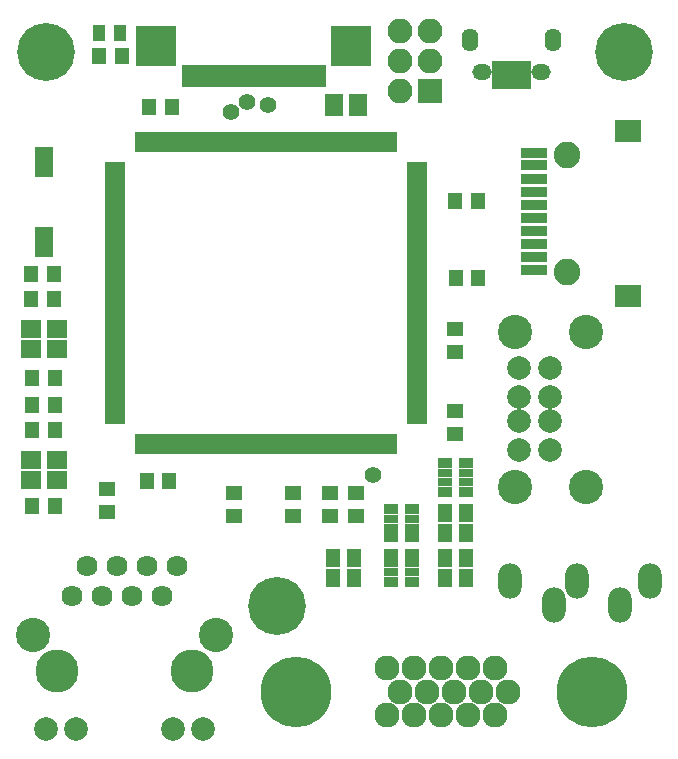
<source format=gts>
G04 #@! TF.FileFunction,Soldermask,Top*
%FSLAX46Y46*%
G04 Gerber Fmt 4.6, Leading zero omitted, Abs format (unit mm)*
G04 Created by KiCad (PCBNEW 4.0.7-e2-6376~58~ubuntu16.04.1) date Fri Jan 26 09:39:30 2018*
%MOMM*%
%LPD*%
G01*
G04 APERTURE LIST*
%ADD10C,0.100000*%
%ADD11R,2.200000X0.900000*%
%ADD12C,2.250000*%
%ADD13R,2.300000X1.900000*%
%ADD14R,0.800000X2.400000*%
%ADD15O,1.650000X1.350000*%
%ADD16O,1.400000X1.950000*%
%ADD17C,1.790000*%
%ADD18C,2.000000*%
%ADD19C,3.650000*%
%ADD20C,2.900000*%
%ADD21R,0.700000X1.900000*%
%ADD22R,3.400000X3.400000*%
%ADD23O,2.000000X3.000000*%
%ADD24C,2.127200*%
%ADD25C,5.980000*%
%ADD26R,1.820000X0.700000*%
%ADD27R,0.700000X1.820000*%
%ADD28R,1.245000X1.400000*%
%ADD29R,1.400000X1.245000*%
%ADD30R,1.545000X1.900000*%
%ADD31R,1.070000X1.400000*%
%ADD32R,2.100000X2.100000*%
%ADD33O,2.100000X2.100000*%
%ADD34C,1.400000*%
%ADD35R,1.200000X0.900000*%
%ADD36R,1.200000X0.800000*%
%ADD37R,1.520000X2.560000*%
%ADD38R,1.800000X1.600000*%
%ADD39C,4.900000*%
G04 APERTURE END LIST*
D10*
D11*
X90042400Y-85583200D03*
X90042400Y-86683200D03*
X90042400Y-87783200D03*
X90042400Y-88883200D03*
X90042400Y-89983200D03*
X90042400Y-91083200D03*
X90042400Y-92183200D03*
X90042400Y-93283200D03*
X90042400Y-84383200D03*
X90042400Y-83383200D03*
D12*
X92842400Y-93483200D03*
X92842400Y-83523200D03*
D13*
X97942400Y-95453200D03*
X97942400Y-81553200D03*
D14*
X89400000Y-76800000D03*
X88750000Y-76800000D03*
X88100000Y-76800000D03*
X87450000Y-76800000D03*
X86800000Y-76800000D03*
D15*
X90600000Y-76550000D03*
X85600000Y-76550000D03*
D16*
X91600000Y-73850000D03*
X84600000Y-73850000D03*
D17*
X50927000Y-120906000D03*
X52197000Y-118366000D03*
X53467000Y-120906000D03*
X54737000Y-118366000D03*
X56007000Y-120906000D03*
X57277000Y-118366000D03*
X58547000Y-120906000D03*
X59817000Y-118366000D03*
D18*
X48747000Y-132156000D03*
X51287000Y-132156000D03*
X59457000Y-132156000D03*
X61997000Y-132156000D03*
D19*
X49657000Y-127256000D03*
X61087000Y-127256000D03*
D20*
X63117000Y-124206000D03*
X47627000Y-124206000D03*
D21*
X72050800Y-76860400D03*
X71550800Y-76860400D03*
X71050800Y-76860400D03*
X70550800Y-76860400D03*
X70050800Y-76860400D03*
X69550800Y-76860400D03*
X69050800Y-76860400D03*
X68550800Y-76860400D03*
X68050800Y-76860400D03*
X67550800Y-76860400D03*
X67050800Y-76860400D03*
X66550800Y-76860400D03*
X66050800Y-76860400D03*
X65550800Y-76860400D03*
X65050800Y-76860400D03*
X64550800Y-76860400D03*
X64050800Y-76860400D03*
X63550800Y-76860400D03*
X63050800Y-76860400D03*
X62550800Y-76860400D03*
X62050800Y-76860400D03*
X61550800Y-76860400D03*
X61050800Y-76860400D03*
X60550800Y-76860400D03*
D22*
X74550800Y-74360400D03*
X58050800Y-74360400D03*
D18*
X88743800Y-108563800D03*
X88743800Y-106063800D03*
X88743800Y-104063800D03*
X88743800Y-101563800D03*
X91363800Y-108563800D03*
X91363800Y-106063800D03*
X91363800Y-104063800D03*
X91363800Y-101563800D03*
D20*
X94423800Y-111633800D03*
X94423800Y-98493800D03*
X88393800Y-111633800D03*
X88393800Y-98493800D03*
D23*
X99829620Y-119649240D03*
X93629620Y-119649240D03*
X88029620Y-119649240D03*
X97329620Y-121649240D03*
X91729620Y-121649240D03*
D24*
X86715000Y-127020000D03*
X84429000Y-127020000D03*
X82143000Y-127020000D03*
X79857000Y-127020000D03*
X77571000Y-127020000D03*
X87858000Y-129000000D03*
X85572000Y-129000000D03*
X83286000Y-129000000D03*
X81000000Y-129000000D03*
X78714000Y-129000000D03*
X86715000Y-130980000D03*
X84429000Y-130980000D03*
X82143000Y-130980000D03*
X79857000Y-130980000D03*
X77571000Y-130980000D03*
D25*
X94893800Y-129000000D03*
X69900200Y-129000000D03*
D26*
X54540000Y-84500000D03*
X54540000Y-85000000D03*
X54540000Y-85500000D03*
X54540000Y-86000000D03*
X54540000Y-86500000D03*
X54540000Y-87000000D03*
X54540000Y-87500000D03*
X54540000Y-88000000D03*
X54540000Y-88500000D03*
X54540000Y-89000000D03*
X54540000Y-89500000D03*
X54540000Y-90000000D03*
X54540000Y-90500000D03*
X54540000Y-91000000D03*
X54540000Y-91500000D03*
X54540000Y-92000000D03*
X54540000Y-92500000D03*
X54540000Y-93000000D03*
X54540000Y-93500000D03*
X54540000Y-94000000D03*
X54540000Y-94500000D03*
X54540000Y-95000000D03*
X54540000Y-95500000D03*
X54540000Y-96000000D03*
X54540000Y-96500000D03*
X54540000Y-97000000D03*
X54540000Y-97500000D03*
X54540000Y-98000000D03*
X54540000Y-98500000D03*
X54540000Y-99000000D03*
X54540000Y-99500000D03*
X54540000Y-100000000D03*
X54540000Y-100500000D03*
X54540000Y-101000000D03*
X54540000Y-101500000D03*
X54540000Y-102000000D03*
X54540000Y-102500000D03*
X54540000Y-103000000D03*
X54540000Y-103500000D03*
X54540000Y-104000000D03*
X54540000Y-104500000D03*
X54540000Y-105000000D03*
X54540000Y-105500000D03*
X54540000Y-106000000D03*
D27*
X56560000Y-108020000D03*
X57060000Y-108020000D03*
X57560000Y-108020000D03*
X58060000Y-108020000D03*
X58560000Y-108020000D03*
X59060000Y-108020000D03*
X59560000Y-108020000D03*
X60060000Y-108020000D03*
X60560000Y-108020000D03*
X61060000Y-108020000D03*
X61560000Y-108020000D03*
X62060000Y-108020000D03*
X62560000Y-108020000D03*
X63060000Y-108020000D03*
X63560000Y-108020000D03*
X64060000Y-108020000D03*
X64560000Y-108020000D03*
X65060000Y-108020000D03*
X65560000Y-108020000D03*
X66060000Y-108020000D03*
X66560000Y-108020000D03*
X67060000Y-108020000D03*
X67560000Y-108020000D03*
X68060000Y-108020000D03*
X68560000Y-108020000D03*
X69060000Y-108020000D03*
X69560000Y-108020000D03*
X70060000Y-108020000D03*
X70560000Y-108020000D03*
X71060000Y-108020000D03*
X71560000Y-108020000D03*
X72060000Y-108020000D03*
X72560000Y-108020000D03*
X73060000Y-108020000D03*
X73560000Y-108020000D03*
X74060000Y-108020000D03*
X74560000Y-108020000D03*
X75060000Y-108020000D03*
X75560000Y-108020000D03*
X76060000Y-108020000D03*
X76560000Y-108020000D03*
X77060000Y-108020000D03*
X77560000Y-108020000D03*
X78060000Y-108020000D03*
D26*
X80080000Y-106000000D03*
X80080000Y-105500000D03*
X80080000Y-105000000D03*
X80080000Y-104500000D03*
X80080000Y-104000000D03*
X80080000Y-103500000D03*
X80080000Y-103000000D03*
X80080000Y-102500000D03*
X80080000Y-102000000D03*
X80080000Y-101500000D03*
X80080000Y-101000000D03*
X80080000Y-100500000D03*
X80080000Y-100000000D03*
X80080000Y-99500000D03*
X80080000Y-99000000D03*
X80080000Y-98500000D03*
X80080000Y-98000000D03*
X80080000Y-97500000D03*
X80080000Y-97000000D03*
X80080000Y-96500000D03*
X80080000Y-96000000D03*
X80080000Y-95500000D03*
X80080000Y-95000000D03*
X80080000Y-94500000D03*
X80080000Y-94000000D03*
X80080000Y-93500000D03*
X80080000Y-93000000D03*
X80080000Y-92500000D03*
X80080000Y-92000000D03*
X80080000Y-91500000D03*
X80080000Y-91000000D03*
X80080000Y-90500000D03*
X80080000Y-90000000D03*
X80080000Y-89500000D03*
X80080000Y-89000000D03*
X80080000Y-88500000D03*
X80080000Y-88000000D03*
X80080000Y-87500000D03*
X80080000Y-87000000D03*
X80080000Y-86500000D03*
X80080000Y-86000000D03*
X80080000Y-85500000D03*
X80080000Y-85000000D03*
X80080000Y-84500000D03*
D27*
X78060000Y-82480000D03*
X77560000Y-82480000D03*
X77060000Y-82480000D03*
X76560000Y-82480000D03*
X76060000Y-82480000D03*
X75560000Y-82480000D03*
X75060000Y-82480000D03*
X74560000Y-82480000D03*
X74060000Y-82480000D03*
X73560000Y-82480000D03*
X73060000Y-82480000D03*
X72560000Y-82480000D03*
X72060000Y-82480000D03*
X71560000Y-82480000D03*
X71060000Y-82480000D03*
X70560000Y-82480000D03*
X70060000Y-82480000D03*
X69560000Y-82480000D03*
X69060000Y-82480000D03*
X68560000Y-82480000D03*
X68060000Y-82480000D03*
X67560000Y-82480000D03*
X67060000Y-82480000D03*
X66560000Y-82480000D03*
X66060000Y-82480000D03*
X65560000Y-82480000D03*
X65060000Y-82480000D03*
X64560000Y-82480000D03*
X64060000Y-82480000D03*
X63560000Y-82480000D03*
X63060000Y-82480000D03*
X62560000Y-82480000D03*
X62060000Y-82480000D03*
X61560000Y-82480000D03*
X61060000Y-82480000D03*
X60560000Y-82480000D03*
X60060000Y-82480000D03*
X59560000Y-82480000D03*
X59060000Y-82480000D03*
X58560000Y-82480000D03*
X58060000Y-82480000D03*
X57560000Y-82480000D03*
X57060000Y-82480000D03*
X56560000Y-82480000D03*
D28*
X47475000Y-95700000D03*
X49400000Y-95700000D03*
X49425000Y-102400000D03*
X47500000Y-102400000D03*
X49400000Y-93600000D03*
X47475000Y-93600000D03*
D29*
X72771000Y-112194500D03*
X72771000Y-114119500D03*
D28*
X83324900Y-87477600D03*
X85249900Y-87477600D03*
X83390900Y-93954600D03*
X85315900Y-93954600D03*
D29*
X74930000Y-112194500D03*
X74930000Y-114119500D03*
X64617600Y-112184300D03*
X64617600Y-114109300D03*
X83337400Y-98275300D03*
X83337400Y-100200300D03*
X83337400Y-105209500D03*
X83337400Y-107134500D03*
D28*
X59357100Y-79451200D03*
X57432100Y-79451200D03*
D29*
X69596000Y-112169100D03*
X69596000Y-114094100D03*
D28*
X59153900Y-111125000D03*
X57228900Y-111125000D03*
X49425000Y-106800000D03*
X47500000Y-106800000D03*
X47551500Y-113284000D03*
X49476500Y-113284000D03*
D30*
X73057500Y-79300000D03*
X75142500Y-79300000D03*
D31*
X53225000Y-73200000D03*
X54975000Y-73200000D03*
D32*
X81240000Y-78100000D03*
D33*
X78700000Y-78100000D03*
X81240000Y-75560000D03*
X78700000Y-75560000D03*
X81240000Y-73020000D03*
X78700000Y-73020000D03*
D34*
X64400000Y-79900000D03*
X76400000Y-110600000D03*
X67500000Y-79300000D03*
X65700000Y-79100000D03*
D28*
X49425000Y-104700000D03*
X47500000Y-104700000D03*
D29*
X53873400Y-113763900D03*
X53873400Y-111838900D03*
D28*
X53175000Y-75200000D03*
X55100000Y-75200000D03*
D35*
X79690800Y-115931800D03*
D36*
X79690800Y-114331800D03*
X79690800Y-115131800D03*
D35*
X79690800Y-113531800D03*
D36*
X77890800Y-115131800D03*
D35*
X77890800Y-115931800D03*
D36*
X77890800Y-114331800D03*
D35*
X77890800Y-113531800D03*
X77890800Y-117291000D03*
D36*
X77890800Y-118891000D03*
X77890800Y-118091000D03*
D35*
X77890800Y-119691000D03*
D36*
X79690800Y-118091000D03*
D35*
X79690800Y-117291000D03*
D36*
X79690800Y-118891000D03*
D35*
X79690800Y-119691000D03*
X82473800Y-113487200D03*
D36*
X82473800Y-115087200D03*
X82473800Y-114287200D03*
D35*
X82473800Y-115887200D03*
D36*
X84273800Y-114287200D03*
D35*
X84273800Y-113487200D03*
D36*
X84273800Y-115087200D03*
D35*
X84273800Y-115887200D03*
X82477200Y-109651800D03*
D36*
X82477200Y-111251800D03*
X82477200Y-110451800D03*
D35*
X82477200Y-112051800D03*
D36*
X84277200Y-110451800D03*
D35*
X84277200Y-109651800D03*
D36*
X84277200Y-111251800D03*
D35*
X84277200Y-112051800D03*
X82462800Y-117316400D03*
D36*
X82462800Y-118916400D03*
X82462800Y-118116400D03*
D35*
X82462800Y-119716400D03*
D36*
X84262800Y-118116400D03*
D35*
X84262800Y-117316400D03*
D36*
X84262800Y-118916400D03*
D35*
X84262800Y-119716400D03*
X73003000Y-117310000D03*
D36*
X73003000Y-118910000D03*
X73003000Y-118110000D03*
D35*
X73003000Y-119710000D03*
D36*
X74803000Y-118110000D03*
D35*
X74803000Y-117310000D03*
D36*
X74803000Y-118910000D03*
D35*
X74803000Y-119710000D03*
D37*
X48500000Y-84170000D03*
X48500000Y-90900000D03*
D38*
X49600000Y-98300000D03*
X47400000Y-98300000D03*
X47400000Y-100000000D03*
X49600000Y-100000000D03*
X49600000Y-109350000D03*
X47400000Y-109350000D03*
X47400000Y-111050000D03*
X49600000Y-111050000D03*
D39*
X48722000Y-74823200D03*
X97652800Y-74823200D03*
X68300000Y-121700000D03*
M02*

</source>
